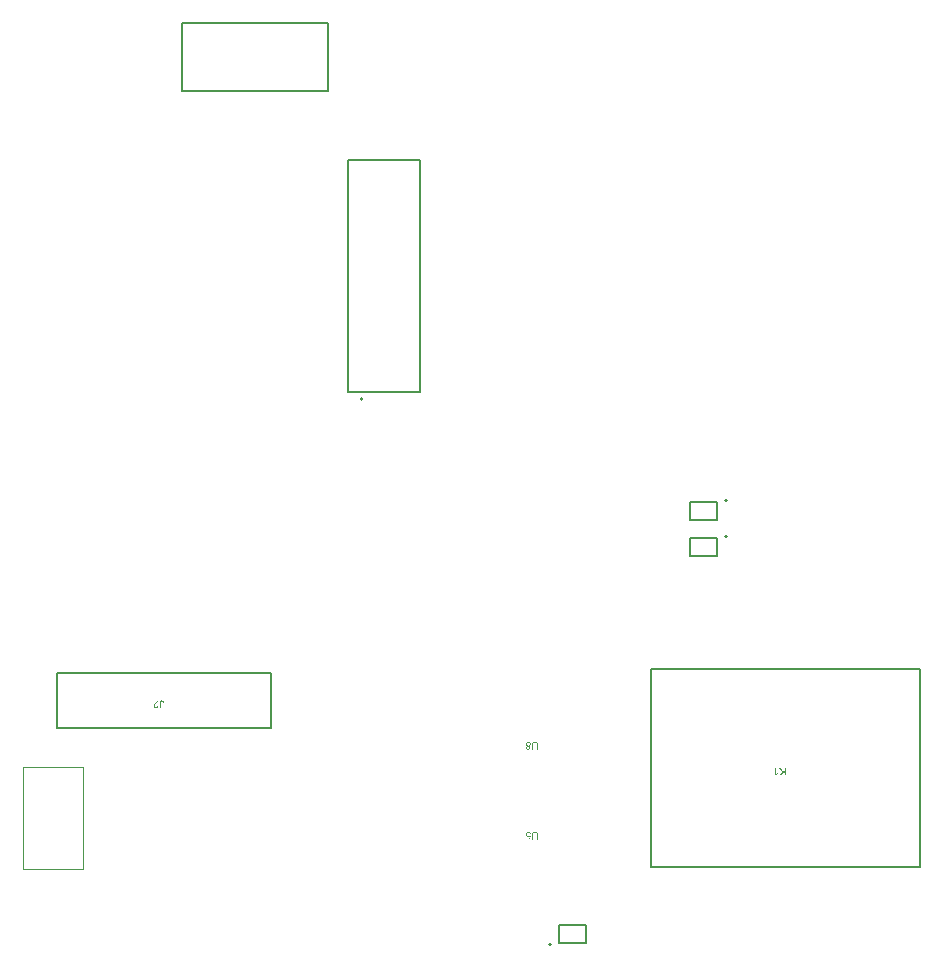
<source format=gbr>
%TF.GenerationSoftware,Altium Limited,Altium Designer,20.0.11 (256)*%
G04 Layer_Color=8388736*
%FSLAX26Y26*%
%MOIN*%
%TF.FileFunction,Other,Top_3D_Body*%
%TF.Part,Single*%
G01*
G75*
%TA.AperFunction,NonConductor*%
%ADD113C,0.007874*%
%ADD115C,0.005000*%
%ADD161C,0.002000*%
G36*
X1749092Y840400D02*
X1749401Y840382D01*
X1749747Y840346D01*
X1750147Y840309D01*
X1750566Y840273D01*
X1751021Y840200D01*
X1751494Y840127D01*
X1751967Y840018D01*
X1752459Y839909D01*
X1752932Y839763D01*
X1753423Y839600D01*
X1753878Y839418D01*
X1754315Y839199D01*
X1754333Y839181D01*
X1754406Y839145D01*
X1754533Y839072D01*
X1754679Y838981D01*
X1754861Y838853D01*
X1755079Y838690D01*
X1755298Y838508D01*
X1755553Y838307D01*
X1755807Y838071D01*
X1756080Y837798D01*
X1756353Y837525D01*
X1756608Y837197D01*
X1756863Y836870D01*
X1757100Y836487D01*
X1757318Y836105D01*
X1757518Y835687D01*
X1757536Y835650D01*
X1757555Y835577D01*
X1757609Y835450D01*
X1757664Y835268D01*
X1757737Y835031D01*
X1757809Y834740D01*
X1757900Y834413D01*
X1757991Y834030D01*
X1758082Y833594D01*
X1758173Y833120D01*
X1758246Y832611D01*
X1758319Y832047D01*
X1758374Y831446D01*
X1758428Y830791D01*
X1758446Y830099D01*
X1758465Y829371D01*
Y814811D01*
X1755134D01*
Y829353D01*
Y829389D01*
Y829499D01*
Y829662D01*
X1755116Y829881D01*
Y830154D01*
X1755098Y830463D01*
X1755079Y830809D01*
X1755061Y831191D01*
X1755025Y831573D01*
X1754988Y831974D01*
X1754879Y832775D01*
X1754806Y833157D01*
X1754734Y833539D01*
X1754643Y833885D01*
X1754533Y834194D01*
Y834212D01*
X1754497Y834267D01*
X1754461Y834340D01*
X1754406Y834449D01*
X1754351Y834576D01*
X1754260Y834722D01*
X1754042Y835068D01*
X1753751Y835450D01*
X1753587Y835650D01*
X1753387Y835850D01*
X1753187Y836051D01*
X1752950Y836233D01*
X1752713Y836415D01*
X1752440Y836578D01*
X1752422D01*
X1752368Y836615D01*
X1752295Y836651D01*
X1752167Y836706D01*
X1752022Y836779D01*
X1751858Y836851D01*
X1751658Y836924D01*
X1751421Y836997D01*
X1751166Y837070D01*
X1750893Y837143D01*
X1750602Y837215D01*
X1750275Y837288D01*
X1749929Y837343D01*
X1749565Y837379D01*
X1749201Y837397D01*
X1748800Y837416D01*
X1748637D01*
X1748455Y837397D01*
X1748200D01*
X1747890Y837361D01*
X1747563Y837325D01*
X1747181Y837270D01*
X1746762Y837215D01*
X1746343Y837124D01*
X1745907Y837015D01*
X1745470Y836870D01*
X1745033Y836724D01*
X1744614Y836524D01*
X1744232Y836305D01*
X1743868Y836051D01*
X1743559Y835759D01*
X1743541Y835741D01*
X1743486Y835687D01*
X1743413Y835577D01*
X1743322Y835432D01*
X1743195Y835232D01*
X1743067Y834977D01*
X1742922Y834686D01*
X1742776Y834322D01*
X1742631Y833921D01*
X1742485Y833466D01*
X1742358Y832938D01*
X1742230Y832356D01*
X1742139Y831701D01*
X1742066Y830991D01*
X1742012Y830208D01*
X1741994Y829353D01*
Y814811D01*
X1738663D01*
Y829371D01*
Y829389D01*
Y829408D01*
Y829462D01*
Y829535D01*
Y829626D01*
Y829735D01*
X1738681Y829990D01*
Y830318D01*
X1738699Y830682D01*
X1738736Y831100D01*
X1738772Y831537D01*
X1738827Y832010D01*
X1738881Y832502D01*
X1739027Y833503D01*
X1739136Y834012D01*
X1739245Y834485D01*
X1739391Y834959D01*
X1739537Y835395D01*
X1739555Y835414D01*
X1739573Y835486D01*
X1739628Y835614D01*
X1739700Y835759D01*
X1739810Y835960D01*
X1739919Y836178D01*
X1740064Y836415D01*
X1740246Y836688D01*
X1740447Y836979D01*
X1740665Y837270D01*
X1740920Y837561D01*
X1741211Y837871D01*
X1741520Y838180D01*
X1741848Y838471D01*
X1742230Y838762D01*
X1742631Y839035D01*
X1742649Y839054D01*
X1742740Y839090D01*
X1742867Y839163D01*
X1743031Y839254D01*
X1743268Y839363D01*
X1743522Y839472D01*
X1743850Y839600D01*
X1744196Y839727D01*
X1744614Y839854D01*
X1745051Y839982D01*
X1745524Y840091D01*
X1746052Y840200D01*
X1746616Y840291D01*
X1747217Y840364D01*
X1747836Y840400D01*
X1748509Y840419D01*
X1748855D01*
X1749092Y840400D01*
D02*
G37*
G36*
X1726469D02*
X1726724Y840382D01*
X1727033Y840346D01*
X1727397Y840309D01*
X1727816Y840237D01*
X1728253Y840146D01*
X1728726Y840018D01*
X1729217Y839873D01*
X1729709Y839709D01*
X1730218Y839490D01*
X1730728Y839236D01*
X1731219Y838944D01*
X1731674Y838599D01*
X1732129Y838216D01*
X1732147Y838198D01*
X1732220Y838107D01*
X1732348Y837998D01*
X1732475Y837816D01*
X1732657Y837598D01*
X1732857Y837343D01*
X1733057Y837052D01*
X1733258Y836706D01*
X1733476Y836324D01*
X1733676Y835905D01*
X1733876Y835450D01*
X1734040Y834977D01*
X1734186Y834449D01*
X1734313Y833903D01*
X1734386Y833321D01*
X1734404Y832720D01*
Y832684D01*
Y832611D01*
Y832483D01*
X1734386Y832301D01*
X1734368Y832101D01*
X1734331Y831846D01*
X1734295Y831573D01*
X1734240Y831282D01*
X1734186Y830973D01*
X1734095Y830627D01*
X1734004Y830299D01*
X1733876Y829954D01*
X1733731Y829608D01*
X1733567Y829262D01*
X1733385Y828934D01*
X1733167Y828607D01*
X1733148Y828589D01*
X1733112Y828534D01*
X1733039Y828443D01*
X1732930Y828334D01*
X1732803Y828206D01*
X1732639Y828043D01*
X1732457Y827879D01*
X1732257Y827697D01*
X1732002Y827515D01*
X1731747Y827333D01*
X1731456Y827133D01*
X1731128Y826951D01*
X1730782Y826787D01*
X1730418Y826623D01*
X1730018Y826477D01*
X1729599Y826350D01*
X1729618D01*
X1729690Y826314D01*
X1729781Y826277D01*
X1729909Y826223D01*
X1730073Y826150D01*
X1730255Y826059D01*
X1730455Y825950D01*
X1730673Y825840D01*
X1731146Y825549D01*
X1731620Y825203D01*
X1732075Y824803D01*
X1732275Y824585D01*
X1732457Y824348D01*
X1732475Y824330D01*
X1732493Y824293D01*
X1732548Y824221D01*
X1732602Y824111D01*
X1732675Y823984D01*
X1732748Y823838D01*
X1732839Y823656D01*
X1732912Y823456D01*
X1733003Y823238D01*
X1733094Y823001D01*
X1733167Y822746D01*
X1733239Y822473D01*
X1733349Y821873D01*
X1733367Y821545D01*
X1733385Y821218D01*
Y821181D01*
Y821090D01*
X1733367Y820945D01*
X1733349Y820763D01*
X1733330Y820526D01*
X1733276Y820253D01*
X1733221Y819944D01*
X1733130Y819616D01*
X1733039Y819252D01*
X1732912Y818888D01*
X1732748Y818506D01*
X1732548Y818105D01*
X1732329Y817723D01*
X1732075Y817323D01*
X1731765Y816959D01*
X1731419Y816595D01*
X1731401Y816577D01*
X1731328Y816522D01*
X1731219Y816413D01*
X1731055Y816304D01*
X1730855Y816158D01*
X1730619Y815994D01*
X1730346Y815830D01*
X1730018Y815648D01*
X1729672Y815485D01*
X1729272Y815321D01*
X1728835Y815157D01*
X1728362Y815011D01*
X1727870Y814884D01*
X1727324Y814793D01*
X1726760Y814738D01*
X1726160Y814720D01*
X1726014D01*
X1725850Y814738D01*
X1725614Y814757D01*
X1725341Y814775D01*
X1725013Y814829D01*
X1724649Y814884D01*
X1724267Y814957D01*
X1723848Y815066D01*
X1723411Y815193D01*
X1722975Y815339D01*
X1722538Y815539D01*
X1722101Y815758D01*
X1721664Y816012D01*
X1721246Y816304D01*
X1720863Y816649D01*
X1720845Y816668D01*
X1720772Y816740D01*
X1720681Y816850D01*
X1720554Y816995D01*
X1720390Y817177D01*
X1720226Y817396D01*
X1720044Y817650D01*
X1719844Y817942D01*
X1719662Y818269D01*
X1719480Y818633D01*
X1719316Y819015D01*
X1719153Y819416D01*
X1719025Y819853D01*
X1718934Y820326D01*
X1718861Y820799D01*
X1718843Y821309D01*
Y821327D01*
Y821381D01*
Y821472D01*
X1718861Y821600D01*
X1718880Y821745D01*
X1718898Y821927D01*
X1718916Y822128D01*
X1718952Y822346D01*
X1719062Y822819D01*
X1719225Y823329D01*
X1719335Y823584D01*
X1719462Y823838D01*
X1719608Y824093D01*
X1719771Y824348D01*
X1719790Y824366D01*
X1719808Y824403D01*
X1719862Y824475D01*
X1719953Y824566D01*
X1720044Y824676D01*
X1720172Y824785D01*
X1720299Y824930D01*
X1720463Y825076D01*
X1720663Y825240D01*
X1720863Y825404D01*
X1721100Y825567D01*
X1721337Y825731D01*
X1721628Y825895D01*
X1721919Y826059D01*
X1722228Y826204D01*
X1722574Y826350D01*
X1722556D01*
X1722465Y826386D01*
X1722356Y826423D01*
X1722192Y826496D01*
X1721992Y826568D01*
X1721773Y826678D01*
X1721519Y826787D01*
X1721264Y826932D01*
X1720973Y827096D01*
X1720681Y827278D01*
X1720390Y827478D01*
X1720099Y827697D01*
X1719808Y827933D01*
X1719535Y828206D01*
X1719262Y828479D01*
X1719025Y828789D01*
X1719007Y828807D01*
X1718971Y828862D01*
X1718916Y828953D01*
X1718825Y829080D01*
X1718734Y829244D01*
X1718643Y829444D01*
X1718534Y829662D01*
X1718406Y829917D01*
X1718297Y830208D01*
X1718188Y830500D01*
X1718097Y830845D01*
X1717988Y831191D01*
X1717915Y831573D01*
X1717860Y831956D01*
X1717824Y832374D01*
X1717806Y832811D01*
Y832847D01*
Y832957D01*
X1717824Y833120D01*
X1717842Y833357D01*
X1717879Y833630D01*
X1717933Y833939D01*
X1718006Y834303D01*
X1718097Y834704D01*
X1718206Y835122D01*
X1718370Y835559D01*
X1718552Y835996D01*
X1718770Y836451D01*
X1719043Y836924D01*
X1719335Y837361D01*
X1719699Y837816D01*
X1720099Y838235D01*
X1720117Y838253D01*
X1720208Y838326D01*
X1720336Y838435D01*
X1720518Y838580D01*
X1720736Y838744D01*
X1721027Y838926D01*
X1721337Y839126D01*
X1721701Y839327D01*
X1722119Y839527D01*
X1722574Y839727D01*
X1723066Y839909D01*
X1723593Y840073D01*
X1724176Y840218D01*
X1724776Y840328D01*
X1725432Y840400D01*
X1726105Y840419D01*
X1726269D01*
X1726469Y840400D01*
D02*
G37*
G36*
X504568Y978747D02*
X504805Y978729D01*
X505078Y978711D01*
X505406Y978656D01*
X505770Y978601D01*
X506152Y978529D01*
X506552Y978419D01*
X506971Y978310D01*
X507389Y978146D01*
X507808Y977964D01*
X508227Y977746D01*
X508627Y977491D01*
X509009Y977200D01*
X509355Y976872D01*
X509373Y976854D01*
X509428Y976781D01*
X509519Y976672D01*
X509628Y976508D01*
X509755Y976308D01*
X509901Y976072D01*
X510065Y975780D01*
X510211Y975453D01*
X510374Y975071D01*
X510538Y974652D01*
X510666Y974179D01*
X510793Y973669D01*
X510902Y973123D01*
X510975Y972523D01*
X511029Y971885D01*
Y971212D01*
X508026Y970793D01*
Y970830D01*
Y970921D01*
X508008Y971067D01*
X507990Y971267D01*
X507972Y971503D01*
X507935Y971758D01*
X507899Y972049D01*
X507844Y972377D01*
X507717Y973032D01*
X507535Y973687D01*
X507408Y973979D01*
X507280Y974270D01*
X507116Y974524D01*
X506953Y974743D01*
X506935Y974761D01*
X506916Y974779D01*
X506844Y974834D01*
X506771Y974907D01*
X506680Y974980D01*
X506552Y975071D01*
X506425Y975180D01*
X506261Y975271D01*
X506079Y975362D01*
X505879Y975471D01*
X505661Y975562D01*
X505424Y975635D01*
X505151Y975707D01*
X504878Y975744D01*
X504587Y975780D01*
X504277Y975798D01*
X504150D01*
X504059Y975780D01*
X503950D01*
X503822Y975762D01*
X503531Y975726D01*
X503204Y975653D01*
X502839Y975562D01*
X502457Y975416D01*
X502111Y975234D01*
X502093D01*
X502075Y975198D01*
X501966Y975125D01*
X501802Y974998D01*
X501620Y974816D01*
X501402Y974597D01*
X501202Y974324D01*
X501001Y974015D01*
X500856Y973669D01*
Y973651D01*
X500837Y973615D01*
X500819Y973560D01*
X500801Y973487D01*
X500783Y973378D01*
X500747Y973250D01*
X500710Y973087D01*
X500674Y972905D01*
X500656Y972705D01*
X500619Y972468D01*
X500583Y972213D01*
X500565Y971922D01*
X500546Y971612D01*
X500528Y971285D01*
X500510Y970921D01*
Y970520D01*
Y953158D01*
X497179D01*
Y970320D01*
Y970357D01*
Y970466D01*
Y970630D01*
X497197Y970848D01*
Y971103D01*
X497216Y971412D01*
X497252Y971758D01*
X497270Y972122D01*
X497325Y972504D01*
X497361Y972905D01*
X497507Y973724D01*
X497598Y974124D01*
X497707Y974506D01*
X497816Y974870D01*
X497962Y975216D01*
Y975234D01*
X497998Y975289D01*
X498035Y975380D01*
X498108Y975507D01*
X498180Y975653D01*
X498289Y975817D01*
X498417Y975999D01*
X498544Y976199D01*
X498708Y976399D01*
X498890Y976617D01*
X499090Y976836D01*
X499309Y977054D01*
X499545Y977273D01*
X499800Y977473D01*
X500073Y977673D01*
X500382Y977855D01*
X500401Y977873D01*
X500455Y977891D01*
X500546Y977946D01*
X500674Y978001D01*
X500837Y978073D01*
X501019Y978146D01*
X501238Y978219D01*
X501493Y978310D01*
X501766Y978401D01*
X502057Y978474D01*
X502385Y978547D01*
X502712Y978620D01*
X503076Y978674D01*
X503458Y978729D01*
X503841Y978747D01*
X504259Y978765D01*
X504405D01*
X504568Y978747D01*
D02*
G37*
G36*
X493375Y978328D02*
Y978292D01*
Y978237D01*
Y978164D01*
Y978055D01*
X493357Y977946D01*
X493339Y977655D01*
X493303Y977346D01*
X493248Y976981D01*
X493157Y976599D01*
X493030Y976217D01*
Y976199D01*
X492993Y976144D01*
X492957Y976053D01*
X492902Y975926D01*
X492848Y975762D01*
X492757Y975580D01*
X492647Y975380D01*
X492538Y975162D01*
X492411Y974907D01*
X492247Y974652D01*
X491901Y974088D01*
X491483Y973487D01*
X490991Y972868D01*
X490973Y972850D01*
X490918Y972795D01*
X490846Y972705D01*
X490736Y972577D01*
X490591Y972413D01*
X490409Y972231D01*
X490209Y972013D01*
X489954Y971776D01*
X489681Y971503D01*
X489390Y971212D01*
X489062Y970903D01*
X488698Y970557D01*
X488298Y970211D01*
X487879Y969847D01*
X487424Y969465D01*
X486951Y969064D01*
X486933Y969046D01*
X486896Y969028D01*
X486842Y968973D01*
X486769Y968919D01*
X486678Y968828D01*
X486569Y968737D01*
X486296Y968500D01*
X485950Y968227D01*
X485586Y967881D01*
X485167Y967518D01*
X484731Y967117D01*
X484257Y966698D01*
X483802Y966262D01*
X483329Y965825D01*
X482892Y965370D01*
X482455Y964933D01*
X482073Y964514D01*
X481709Y964096D01*
X481418Y963714D01*
X481400Y963696D01*
X481363Y963623D01*
X481291Y963514D01*
X481182Y963386D01*
X481072Y963204D01*
X480963Y963004D01*
X480817Y962767D01*
X480690Y962513D01*
X480563Y962240D01*
X480417Y961948D01*
X480180Y961311D01*
X480089Y960984D01*
X480017Y960656D01*
X479980Y960328D01*
X479962Y960001D01*
Y959983D01*
Y959910D01*
Y959819D01*
X479980Y959692D01*
X479998Y959528D01*
X480035Y959346D01*
X480071Y959145D01*
X480126Y958927D01*
X480199Y958691D01*
X480290Y958436D01*
X480399Y958181D01*
X480526Y957926D01*
X480672Y957653D01*
X480854Y957398D01*
X481054Y957144D01*
X481291Y956907D01*
X481309Y956889D01*
X481345Y956852D01*
X481418Y956798D01*
X481527Y956707D01*
X481655Y956616D01*
X481818Y956506D01*
X482000Y956379D01*
X482201Y956270D01*
X482437Y956143D01*
X482692Y956033D01*
X482983Y955924D01*
X483274Y955833D01*
X483602Y955742D01*
X483948Y955688D01*
X484312Y955651D01*
X484694Y955633D01*
X484913D01*
X485058Y955651D01*
X485258Y955669D01*
X485477Y955706D01*
X485713Y955742D01*
X485986Y955797D01*
X486259Y955870D01*
X486550Y955961D01*
X486842Y956070D01*
X487151Y956197D01*
X487442Y956361D01*
X487733Y956543D01*
X488025Y956743D01*
X488279Y956980D01*
X488298Y956998D01*
X488334Y957034D01*
X488407Y957125D01*
X488480Y957216D01*
X488589Y957362D01*
X488698Y957526D01*
X488825Y957726D01*
X488935Y957944D01*
X489062Y958181D01*
X489190Y958472D01*
X489299Y958763D01*
X489408Y959091D01*
X489481Y959455D01*
X489553Y959837D01*
X489590Y960237D01*
X489608Y960674D01*
X492793Y960347D01*
Y960328D01*
Y960310D01*
X492775Y960256D01*
Y960183D01*
X492757Y960001D01*
X492702Y959764D01*
X492647Y959473D01*
X492575Y959127D01*
X492484Y958745D01*
X492375Y958345D01*
X492229Y957908D01*
X492065Y957471D01*
X491865Y957016D01*
X491628Y956561D01*
X491373Y956124D01*
X491064Y955706D01*
X490736Y955305D01*
X490354Y954941D01*
X490336Y954923D01*
X490263Y954869D01*
X490136Y954759D01*
X489972Y954650D01*
X489754Y954505D01*
X489499Y954341D01*
X489190Y954177D01*
X488844Y953995D01*
X488443Y953831D01*
X488025Y953667D01*
X487551Y953504D01*
X487042Y953358D01*
X486496Y953231D01*
X485913Y953139D01*
X485295Y953085D01*
X484639Y953067D01*
X484476D01*
X484294Y953085D01*
X484039Y953103D01*
X483729Y953121D01*
X483384Y953176D01*
X482983Y953231D01*
X482565Y953322D01*
X482110Y953431D01*
X481655Y953558D01*
X481163Y953722D01*
X480690Y953922D01*
X480217Y954159D01*
X479762Y954413D01*
X479325Y954723D01*
X478906Y955087D01*
X478888Y955105D01*
X478815Y955178D01*
X478706Y955287D01*
X478579Y955451D01*
X478415Y955633D01*
X478233Y955870D01*
X478033Y956143D01*
X477833Y956452D01*
X477651Y956798D01*
X477450Y957180D01*
X477269Y957598D01*
X477105Y958035D01*
X476977Y958509D01*
X476868Y959000D01*
X476795Y959528D01*
X476777Y960074D01*
Y960092D01*
Y960146D01*
Y960219D01*
Y960328D01*
X476795Y960474D01*
X476813Y960620D01*
X476832Y960802D01*
X476850Y961002D01*
X476923Y961457D01*
X477032Y961966D01*
X477196Y962494D01*
X477396Y963040D01*
Y963058D01*
X477432Y963113D01*
X477469Y963186D01*
X477523Y963295D01*
X477578Y963423D01*
X477669Y963586D01*
X477760Y963768D01*
X477887Y963968D01*
X478015Y964187D01*
X478160Y964423D01*
X478524Y964951D01*
X478724Y965224D01*
X478943Y965515D01*
X479198Y965807D01*
X479452Y966116D01*
X479471Y966134D01*
X479525Y966189D01*
X479598Y966280D01*
X479726Y966407D01*
X479889Y966571D01*
X480089Y966771D01*
X480308Y967008D01*
X480581Y967281D01*
X480890Y967572D01*
X481254Y967900D01*
X481637Y968264D01*
X482073Y968664D01*
X482546Y969083D01*
X483056Y969538D01*
X483620Y970029D01*
X484221Y970539D01*
X484257Y970557D01*
X484348Y970648D01*
X484476Y970757D01*
X484658Y970921D01*
X484894Y971103D01*
X485131Y971321D01*
X485404Y971558D01*
X485695Y971813D01*
X486314Y972341D01*
X486605Y972614D01*
X486896Y972868D01*
X487169Y973123D01*
X487406Y973341D01*
X487624Y973542D01*
X487788Y973724D01*
X487825Y973760D01*
X487916Y973869D01*
X488061Y974033D01*
X488243Y974233D01*
X488443Y974488D01*
X488662Y974761D01*
X488880Y975071D01*
X489080Y975380D01*
X476741D01*
Y978346D01*
X493375D01*
Y978328D01*
D02*
G37*
G36*
X2583465Y728591D02*
X2580134D01*
Y741094D01*
X2567631Y728591D01*
X2563099D01*
X2573691Y738819D01*
X2562644Y753779D01*
X2567048D01*
X2576021Y741076D01*
X2580134Y745043D01*
Y753779D01*
X2583465D01*
Y728591D01*
D02*
G37*
G36*
X2552579Y734087D02*
X2552597Y734105D01*
X2552634Y734142D01*
X2552688Y734196D01*
X2552779Y734269D01*
X2552889Y734360D01*
X2553034Y734487D01*
X2553198Y734615D01*
X2553362Y734760D01*
X2553580Y734906D01*
X2553799Y735088D01*
X2554035Y735252D01*
X2554290Y735452D01*
X2554581Y735634D01*
X2554872Y735834D01*
X2555528Y736235D01*
X2555546Y736253D01*
X2555600Y736289D01*
X2555710Y736344D01*
X2555837Y736399D01*
X2555983Y736490D01*
X2556165Y736599D01*
X2556383Y736708D01*
X2556601Y736835D01*
X2557111Y737090D01*
X2557657Y737345D01*
X2558221Y737600D01*
X2558767Y737818D01*
Y734833D01*
X2558731Y734815D01*
X2558658Y734779D01*
X2558512Y734706D01*
X2558330Y734615D01*
X2558112Y734506D01*
X2557839Y734360D01*
X2557548Y734196D01*
X2557238Y734014D01*
X2556893Y733796D01*
X2556529Y733577D01*
X2555764Y733068D01*
X2554982Y732504D01*
X2554235Y731885D01*
X2554217Y731867D01*
X2554144Y731812D01*
X2554053Y731721D01*
X2553926Y731594D01*
X2553762Y731430D01*
X2553580Y731248D01*
X2553380Y731029D01*
X2553162Y730811D01*
X2552943Y730556D01*
X2552707Y730283D01*
X2552252Y729719D01*
X2551833Y729119D01*
X2551651Y728809D01*
X2551487Y728500D01*
X2549485D01*
Y753779D01*
X2552579D01*
Y734087D01*
D02*
G37*
G36*
X1726615Y540400D02*
X1726851Y540382D01*
X1727142Y540364D01*
X1727488Y540309D01*
X1727870Y540255D01*
X1728271Y540182D01*
X1728708Y540073D01*
X1729163Y539945D01*
X1729636Y539800D01*
X1730109Y539618D01*
X1730564Y539399D01*
X1731037Y539145D01*
X1731474Y538835D01*
X1731893Y538508D01*
X1731911Y538489D01*
X1731984Y538417D01*
X1732093Y538307D01*
X1732238Y538162D01*
X1732402Y537962D01*
X1732602Y537725D01*
X1732803Y537452D01*
X1733021Y537143D01*
X1733239Y536797D01*
X1733440Y536415D01*
X1733658Y535996D01*
X1733858Y535541D01*
X1734022Y535050D01*
X1734168Y534522D01*
X1734295Y533976D01*
X1734368Y533393D01*
X1731128Y533120D01*
Y533139D01*
X1731110Y533230D01*
X1731092Y533339D01*
X1731055Y533503D01*
X1731001Y533703D01*
X1730946Y533939D01*
X1730873Y534194D01*
X1730782Y534467D01*
X1730564Y535031D01*
X1730437Y535341D01*
X1730291Y535632D01*
X1730109Y535923D01*
X1729927Y536196D01*
X1729709Y536451D01*
X1729472Y536688D01*
X1729454Y536706D01*
X1729417Y536742D01*
X1729345Y536797D01*
X1729235Y536870D01*
X1729108Y536961D01*
X1728944Y537070D01*
X1728780Y537161D01*
X1728580Y537270D01*
X1728362Y537397D01*
X1728107Y537488D01*
X1727852Y537598D01*
X1727561Y537689D01*
X1727270Y537761D01*
X1726960Y537816D01*
X1726633Y537852D01*
X1726287Y537871D01*
X1726178D01*
X1726069Y537852D01*
X1725905D01*
X1725723Y537816D01*
X1725486Y537780D01*
X1725231Y537725D01*
X1724958Y537652D01*
X1724667Y537579D01*
X1724358Y537470D01*
X1724048Y537325D01*
X1723721Y537161D01*
X1723411Y536979D01*
X1723084Y536742D01*
X1722774Y536487D01*
X1722483Y536196D01*
X1722465Y536178D01*
X1722410Y536123D01*
X1722338Y536014D01*
X1722247Y535887D01*
X1722119Y535723D01*
X1721992Y535523D01*
X1721846Y535286D01*
X1721701Y535013D01*
X1721573Y534704D01*
X1721428Y534376D01*
X1721300Y534012D01*
X1721173Y533612D01*
X1721082Y533175D01*
X1721009Y532720D01*
X1720954Y532247D01*
X1720936Y531737D01*
Y531701D01*
Y531628D01*
X1720954Y531482D01*
Y531300D01*
X1720973Y531082D01*
X1721009Y530809D01*
X1721064Y530536D01*
X1721118Y530208D01*
X1721209Y529881D01*
X1721300Y529553D01*
X1721428Y529207D01*
X1721573Y528843D01*
X1721737Y528498D01*
X1721937Y528170D01*
X1722174Y527842D01*
X1722429Y527551D01*
X1722447Y527533D01*
X1722501Y527478D01*
X1722574Y527406D01*
X1722702Y527315D01*
X1722847Y527187D01*
X1723029Y527060D01*
X1723229Y526932D01*
X1723466Y526787D01*
X1723739Y526641D01*
X1724030Y526514D01*
X1724340Y526368D01*
X1724685Y526259D01*
X1725068Y526168D01*
X1725468Y526095D01*
X1725887Y526041D01*
X1726323Y526022D01*
X1726469D01*
X1726578Y526041D01*
X1726706D01*
X1726869Y526059D01*
X1727033Y526077D01*
X1727233Y526113D01*
X1727652Y526186D01*
X1728107Y526314D01*
X1728580Y526477D01*
X1729035Y526714D01*
X1729053D01*
X1729090Y526750D01*
X1729144Y526787D01*
X1729235Y526841D01*
X1729454Y526987D01*
X1729727Y527187D01*
X1730018Y527442D01*
X1730327Y527733D01*
X1730637Y528079D01*
X1730910Y528461D01*
X1733822Y528079D01*
X1731383Y515139D01*
X1718843D01*
Y518087D01*
X1728926D01*
X1730273Y524876D01*
X1730255Y524858D01*
X1730164Y524803D01*
X1730054Y524730D01*
X1729872Y524621D01*
X1729672Y524512D01*
X1729436Y524366D01*
X1729144Y524239D01*
X1728835Y524075D01*
X1728489Y523929D01*
X1728125Y523784D01*
X1727725Y523656D01*
X1727324Y523547D01*
X1726888Y523438D01*
X1726451Y523365D01*
X1725978Y523311D01*
X1725523Y523292D01*
X1725377D01*
X1725195Y523311D01*
X1724977Y523329D01*
X1724685Y523365D01*
X1724358Y523420D01*
X1723976Y523493D01*
X1723575Y523584D01*
X1723157Y523693D01*
X1722702Y523857D01*
X1722247Y524039D01*
X1721773Y524257D01*
X1721300Y524530D01*
X1720827Y524821D01*
X1720372Y525185D01*
X1719935Y525586D01*
X1719917Y525604D01*
X1719844Y525695D01*
X1719717Y525822D01*
X1719571Y526004D01*
X1719407Y526223D01*
X1719207Y526496D01*
X1719007Y526823D01*
X1718789Y527187D01*
X1718588Y527588D01*
X1718388Y528024D01*
X1718188Y528516D01*
X1718006Y529025D01*
X1717879Y529590D01*
X1717751Y530190D01*
X1717678Y530809D01*
X1717660Y531464D01*
Y531482D01*
Y531501D01*
Y531555D01*
Y531610D01*
X1717678Y531792D01*
X1717697Y532028D01*
X1717715Y532338D01*
X1717769Y532684D01*
X1717824Y533066D01*
X1717915Y533484D01*
X1718024Y533939D01*
X1718152Y534413D01*
X1718315Y534904D01*
X1718497Y535395D01*
X1718734Y535905D01*
X1719007Y536396D01*
X1719316Y536888D01*
X1719662Y537361D01*
X1719699Y537397D01*
X1719771Y537488D01*
X1719917Y537634D01*
X1720099Y537834D01*
X1720354Y538071D01*
X1720645Y538326D01*
X1720991Y538599D01*
X1721391Y538890D01*
X1721846Y539181D01*
X1722338Y539454D01*
X1722884Y539709D01*
X1723484Y539945D01*
X1724121Y540127D01*
X1724795Y540291D01*
X1725523Y540382D01*
X1726287Y540419D01*
X1726433D01*
X1726615Y540400D01*
D02*
G37*
G36*
X1749092D02*
X1749401Y540382D01*
X1749747Y540346D01*
X1750147Y540309D01*
X1750566Y540273D01*
X1751021Y540200D01*
X1751494Y540127D01*
X1751967Y540018D01*
X1752459Y539909D01*
X1752932Y539763D01*
X1753423Y539600D01*
X1753878Y539418D01*
X1754315Y539199D01*
X1754333Y539181D01*
X1754406Y539145D01*
X1754533Y539072D01*
X1754679Y538981D01*
X1754861Y538853D01*
X1755079Y538690D01*
X1755298Y538508D01*
X1755553Y538307D01*
X1755807Y538071D01*
X1756080Y537798D01*
X1756353Y537525D01*
X1756608Y537197D01*
X1756863Y536870D01*
X1757100Y536487D01*
X1757318Y536105D01*
X1757518Y535687D01*
X1757536Y535650D01*
X1757555Y535577D01*
X1757609Y535450D01*
X1757664Y535268D01*
X1757737Y535031D01*
X1757809Y534740D01*
X1757900Y534413D01*
X1757991Y534030D01*
X1758082Y533594D01*
X1758173Y533120D01*
X1758246Y532611D01*
X1758319Y532047D01*
X1758374Y531446D01*
X1758428Y530791D01*
X1758446Y530099D01*
X1758465Y529371D01*
Y514811D01*
X1755134D01*
Y529353D01*
Y529389D01*
Y529499D01*
Y529662D01*
X1755116Y529881D01*
Y530154D01*
X1755098Y530463D01*
X1755079Y530809D01*
X1755061Y531191D01*
X1755025Y531573D01*
X1754988Y531974D01*
X1754879Y532775D01*
X1754806Y533157D01*
X1754734Y533539D01*
X1754643Y533885D01*
X1754533Y534194D01*
Y534212D01*
X1754497Y534267D01*
X1754461Y534340D01*
X1754406Y534449D01*
X1754351Y534576D01*
X1754260Y534722D01*
X1754042Y535068D01*
X1753751Y535450D01*
X1753587Y535650D01*
X1753387Y535850D01*
X1753187Y536051D01*
X1752950Y536233D01*
X1752713Y536415D01*
X1752440Y536578D01*
X1752422D01*
X1752368Y536615D01*
X1752295Y536651D01*
X1752167Y536706D01*
X1752022Y536779D01*
X1751858Y536851D01*
X1751658Y536924D01*
X1751421Y536997D01*
X1751166Y537070D01*
X1750893Y537143D01*
X1750602Y537215D01*
X1750275Y537288D01*
X1749929Y537343D01*
X1749565Y537379D01*
X1749201Y537397D01*
X1748800Y537416D01*
X1748637D01*
X1748455Y537397D01*
X1748200D01*
X1747890Y537361D01*
X1747563Y537325D01*
X1747181Y537270D01*
X1746762Y537215D01*
X1746343Y537124D01*
X1745907Y537015D01*
X1745470Y536870D01*
X1745033Y536724D01*
X1744614Y536524D01*
X1744232Y536305D01*
X1743868Y536051D01*
X1743559Y535759D01*
X1743541Y535741D01*
X1743486Y535687D01*
X1743413Y535577D01*
X1743322Y535432D01*
X1743195Y535232D01*
X1743067Y534977D01*
X1742922Y534686D01*
X1742776Y534322D01*
X1742631Y533921D01*
X1742485Y533466D01*
X1742358Y532938D01*
X1742230Y532356D01*
X1742139Y531701D01*
X1742066Y530991D01*
X1742012Y530208D01*
X1741994Y529353D01*
Y514811D01*
X1738663D01*
Y529371D01*
Y529389D01*
Y529408D01*
Y529462D01*
Y529535D01*
Y529626D01*
Y529735D01*
X1738681Y529990D01*
Y530318D01*
X1738699Y530682D01*
X1738736Y531100D01*
X1738772Y531537D01*
X1738827Y532010D01*
X1738881Y532502D01*
X1739027Y533503D01*
X1739136Y534012D01*
X1739245Y534485D01*
X1739391Y534959D01*
X1739537Y535395D01*
X1739555Y535414D01*
X1739573Y535486D01*
X1739628Y535614D01*
X1739700Y535759D01*
X1739810Y535960D01*
X1739919Y536178D01*
X1740064Y536415D01*
X1740246Y536688D01*
X1740447Y536979D01*
X1740665Y537270D01*
X1740920Y537561D01*
X1741211Y537871D01*
X1741520Y538180D01*
X1741848Y538471D01*
X1742230Y538762D01*
X1742631Y539035D01*
X1742649Y539054D01*
X1742740Y539090D01*
X1742867Y539163D01*
X1743031Y539254D01*
X1743268Y539363D01*
X1743522Y539472D01*
X1743850Y539600D01*
X1744196Y539727D01*
X1744614Y539854D01*
X1745051Y539982D01*
X1745524Y540091D01*
X1746052Y540200D01*
X1746616Y540291D01*
X1747217Y540364D01*
X1747836Y540400D01*
X1748509Y540419D01*
X1748855D01*
X1749092Y540400D01*
D02*
G37*
%LPC*%
G36*
X1726087Y837871D02*
X1725996D01*
X1725868Y837852D01*
X1725723D01*
X1725523Y837834D01*
X1725304Y837798D01*
X1725068Y837743D01*
X1724795Y837689D01*
X1724522Y837616D01*
X1724212Y837525D01*
X1723921Y837416D01*
X1723612Y837270D01*
X1723302Y837106D01*
X1722993Y836924D01*
X1722702Y836706D01*
X1722429Y836451D01*
X1722410Y836433D01*
X1722374Y836378D01*
X1722301Y836305D01*
X1722210Y836196D01*
X1722101Y836051D01*
X1721974Y835887D01*
X1721846Y835687D01*
X1721701Y835468D01*
X1721573Y835213D01*
X1721446Y834940D01*
X1721318Y834649D01*
X1721209Y834322D01*
X1721118Y833976D01*
X1721045Y833612D01*
X1721009Y833230D01*
X1720991Y832829D01*
Y832811D01*
Y832738D01*
X1721009Y832611D01*
Y832465D01*
X1721027Y832265D01*
X1721064Y832047D01*
X1721118Y831810D01*
X1721173Y831537D01*
X1721264Y831246D01*
X1721355Y830955D01*
X1721482Y830645D01*
X1721628Y830336D01*
X1721792Y830026D01*
X1721992Y829735D01*
X1722228Y829426D01*
X1722483Y829153D01*
X1722501Y829135D01*
X1722556Y829080D01*
X1722629Y829007D01*
X1722756Y828916D01*
X1722902Y828807D01*
X1723066Y828680D01*
X1723266Y828552D01*
X1723502Y828407D01*
X1723757Y828279D01*
X1724030Y828152D01*
X1724340Y828024D01*
X1724667Y827915D01*
X1725013Y827806D01*
X1725395Y827733D01*
X1725777Y827697D01*
X1726196Y827679D01*
X1726414D01*
X1726560Y827697D01*
X1726742Y827715D01*
X1726960Y827751D01*
X1727197Y827806D01*
X1727470Y827861D01*
X1727743Y827933D01*
X1728034Y828024D01*
X1728325Y828152D01*
X1728635Y828297D01*
X1728944Y828461D01*
X1729235Y828661D01*
X1729527Y828880D01*
X1729800Y829135D01*
X1729818Y829153D01*
X1729854Y829207D01*
X1729927Y829280D01*
X1730018Y829389D01*
X1730127Y829535D01*
X1730255Y829699D01*
X1730382Y829899D01*
X1730509Y830117D01*
X1730637Y830372D01*
X1730764Y830645D01*
X1730892Y830936D01*
X1731001Y831264D01*
X1731092Y831610D01*
X1731165Y831956D01*
X1731201Y832338D01*
X1731219Y832738D01*
Y832756D01*
Y832793D01*
Y832866D01*
X1731201Y832957D01*
Y833084D01*
X1731183Y833211D01*
X1731165Y833375D01*
X1731146Y833539D01*
X1731074Y833939D01*
X1730964Y834358D01*
X1730801Y834813D01*
X1730600Y835286D01*
Y835304D01*
X1730564Y835341D01*
X1730528Y835395D01*
X1730491Y835486D01*
X1730418Y835596D01*
X1730346Y835705D01*
X1730127Y835996D01*
X1729872Y836287D01*
X1729563Y836615D01*
X1729181Y836924D01*
X1728744Y837197D01*
X1728726D01*
X1728689Y837234D01*
X1728617Y837252D01*
X1728526Y837306D01*
X1728416Y837361D01*
X1728271Y837416D01*
X1728125Y837470D01*
X1727943Y837525D01*
X1727543Y837652D01*
X1727106Y837761D01*
X1726615Y837834D01*
X1726087Y837871D01*
D02*
G37*
G36*
Y825149D02*
X1725923D01*
X1725796Y825131D01*
X1725632Y825112D01*
X1725468Y825094D01*
X1725268Y825058D01*
X1725049Y825003D01*
X1724594Y824876D01*
X1724358Y824785D01*
X1724103Y824676D01*
X1723866Y824548D01*
X1723630Y824403D01*
X1723393Y824239D01*
X1723175Y824039D01*
X1723157Y824020D01*
X1723120Y823984D01*
X1723066Y823929D01*
X1722993Y823838D01*
X1722902Y823729D01*
X1722811Y823602D01*
X1722702Y823438D01*
X1722592Y823274D01*
X1722501Y823074D01*
X1722392Y822874D01*
X1722210Y822401D01*
X1722137Y822146D01*
X1722083Y821873D01*
X1722046Y821582D01*
X1722028Y821290D01*
Y821272D01*
Y821218D01*
Y821127D01*
X1722046Y820999D01*
X1722065Y820854D01*
X1722083Y820690D01*
X1722119Y820508D01*
X1722174Y820289D01*
X1722319Y819853D01*
X1722410Y819616D01*
X1722520Y819361D01*
X1722665Y819125D01*
X1722829Y818888D01*
X1723011Y818651D01*
X1723211Y818433D01*
X1723229Y818415D01*
X1723266Y818378D01*
X1723339Y818324D01*
X1723411Y818251D01*
X1723539Y818160D01*
X1723666Y818069D01*
X1723830Y817960D01*
X1724012Y817851D01*
X1724212Y817741D01*
X1724431Y817632D01*
X1724667Y817541D01*
X1724922Y817450D01*
X1725213Y817377D01*
X1725504Y817323D01*
X1725796Y817286D01*
X1726123Y817268D01*
X1726287D01*
X1726414Y817286D01*
X1726560Y817305D01*
X1726742Y817323D01*
X1726942Y817359D01*
X1727142Y817414D01*
X1727616Y817541D01*
X1727852Y817632D01*
X1728107Y817760D01*
X1728344Y817887D01*
X1728598Y818033D01*
X1728835Y818215D01*
X1729053Y818415D01*
X1729072Y818433D01*
X1729108Y818469D01*
X1729163Y818524D01*
X1729235Y818615D01*
X1729326Y818724D01*
X1729417Y818852D01*
X1729527Y818997D01*
X1729618Y819179D01*
X1729727Y819361D01*
X1729836Y819561D01*
X1730018Y820035D01*
X1730091Y820271D01*
X1730145Y820544D01*
X1730182Y820817D01*
X1730200Y821108D01*
Y821127D01*
Y821181D01*
Y821272D01*
X1730182Y821400D01*
X1730164Y821563D01*
X1730145Y821727D01*
X1730109Y821927D01*
X1730054Y822146D01*
X1729927Y822601D01*
X1729836Y822837D01*
X1729727Y823092D01*
X1729599Y823329D01*
X1729436Y823565D01*
X1729272Y823802D01*
X1729072Y824020D01*
X1729053Y824039D01*
X1729017Y824075D01*
X1728944Y824130D01*
X1728871Y824202D01*
X1728744Y824275D01*
X1728617Y824384D01*
X1728453Y824475D01*
X1728271Y824585D01*
X1728071Y824694D01*
X1727834Y824785D01*
X1727597Y824894D01*
X1727324Y824967D01*
X1727051Y825040D01*
X1726742Y825094D01*
X1726414Y825131D01*
X1726087Y825149D01*
D02*
G37*
%LPD*%
D113*
X2390000Y1645000D02*
G03*
X2390000Y1645000I-3937J0D01*
G01*
D02*
G03*
X2390000Y1645000I-3937J0D01*
G01*
X1801874Y165000D02*
G03*
X1801874Y165000I-3937J0D01*
G01*
D02*
G03*
X1801874Y165000I-3937J0D01*
G01*
X1173819Y1983032D02*
G03*
X1173819Y1983032I-3937J0D01*
G01*
D02*
G03*
X1173819Y1983032I-3937J0D01*
G01*
X2390000Y1525000D02*
G03*
X2390000Y1525000I-3937J0D01*
G01*
D02*
G03*
X2390000Y1525000I-3937J0D01*
G01*
X867402Y885827D02*
Y1070866D01*
X154803D02*
X867402D01*
X154803Y885827D02*
X867402D01*
X154803D02*
Y1070866D01*
X3030315Y425039D02*
Y1082520D01*
X2136614D02*
X3030315D01*
X2136614Y425039D02*
X3030315D01*
X2136614D02*
Y1082520D01*
D115*
X1058762Y3009447D02*
Y3235825D01*
Y3009447D02*
Y3235825D01*
X570572Y3009447D02*
Y3235825D01*
Y3009447D02*
X1058762D01*
X570572Y3235825D02*
X1058762D01*
X570572D02*
X1058762D01*
X570572Y3009447D02*
X1058762D01*
X570572D02*
Y3235825D01*
X2265512Y1638740D02*
X2354488D01*
Y1581260D02*
Y1638740D01*
Y1581260D02*
Y1638740D01*
X2265512Y1581260D02*
X2354488D01*
X2265512Y1638740D02*
X2354488D01*
X2265512Y1581260D02*
Y1638740D01*
Y1581260D02*
X2354488D01*
X2265512D02*
Y1638740D01*
X1918488Y171260D02*
Y228740D01*
X1829512D02*
X1918488D01*
X1829512Y171260D02*
X1918488D01*
Y228740D01*
X1829512Y171260D02*
X1918488D01*
X1829512D02*
Y228740D01*
Y171260D02*
Y228740D01*
X1918488D01*
X1365000Y2006260D02*
Y2779882D01*
Y2006260D02*
Y2779882D01*
X1125000D02*
X1365000D01*
X1125000D02*
X1365000D01*
X1125000Y2006260D02*
Y2779882D01*
Y2006260D02*
X1365000D01*
X1125000D02*
Y2779882D01*
Y2006260D02*
X1365000D01*
X2265512Y1461260D02*
X2354488D01*
X2265512D02*
Y1518740D01*
X2354488D01*
Y1461260D02*
Y1518740D01*
X2265512Y1461260D02*
X2354488D01*
X2265512D02*
Y1518740D01*
X2354488D01*
Y1461260D02*
Y1518740D01*
D161*
X141000Y756000D02*
X241000D01*
Y416000D02*
Y756000D01*
X41000D02*
X141000D01*
X41000Y416000D02*
X241000D01*
X41000D02*
Y756000D01*
%TF.MD5,2e898286c86cddae9642ec1e16706f6f*%
M02*

</source>
